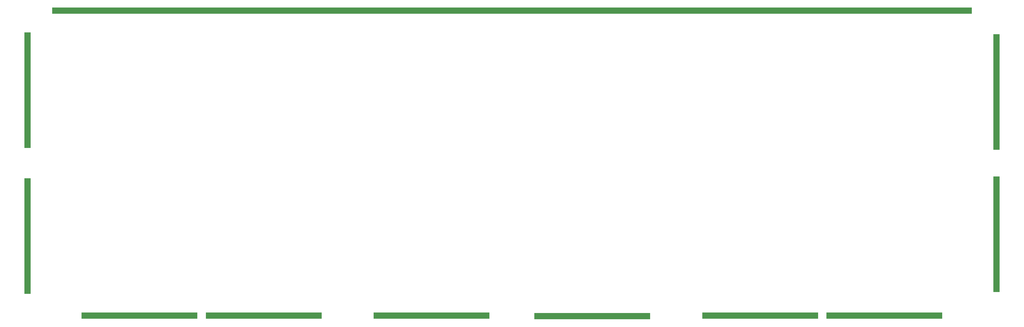
<source format=gbr>
G04 #@! TF.FileFunction,Paste,Top*
%FSLAX46Y46*%
G04 Gerber Fmt 4.6, Leading zero omitted, Abs format (unit mm)*
G04 Created by KiCad (PCBNEW 4.0.6) date 05/14/19 15:03:00*
%MOMM*%
%LPD*%
G01*
G04 APERTURE LIST*
%ADD10C,0.100000*%
%ADD11R,37.750000X2.000000*%
%ADD12R,2.000000X37.750000*%
%ADD13R,300.000000X2.000000*%
G04 APERTURE END LIST*
D10*
D11*
X159543750Y-126000000D03*
X211931250Y-126206250D03*
X307181250Y-126000000D03*
X266700000Y-126000000D03*
D12*
X343737500Y-99400000D03*
X343737500Y-53000000D03*
X27737500Y-100012500D03*
X27737500Y-52387500D03*
D11*
X64293750Y-126000000D03*
D13*
X185737500Y-26400000D03*
D11*
X104775000Y-126000000D03*
M02*

</source>
